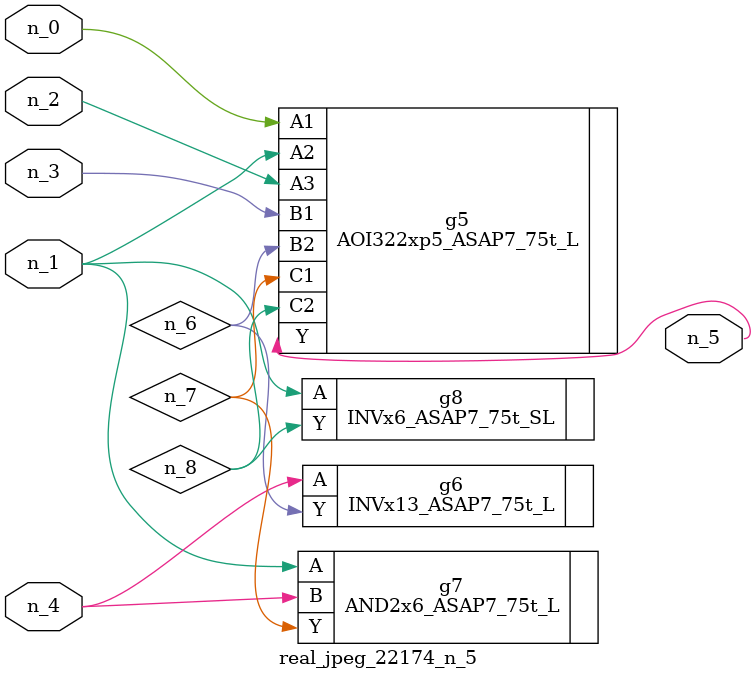
<source format=v>
module real_jpeg_22174_n_5 (n_4, n_0, n_1, n_2, n_3, n_5);

input n_4;
input n_0;
input n_1;
input n_2;
input n_3;

output n_5;

wire n_8;
wire n_6;
wire n_7;

AOI322xp5_ASAP7_75t_L g5 ( 
.A1(n_0),
.A2(n_1),
.A3(n_2),
.B1(n_3),
.B2(n_6),
.C1(n_7),
.C2(n_8),
.Y(n_5)
);

AND2x6_ASAP7_75t_L g7 ( 
.A(n_1),
.B(n_4),
.Y(n_7)
);

INVx6_ASAP7_75t_SL g8 ( 
.A(n_1),
.Y(n_8)
);

INVx13_ASAP7_75t_L g6 ( 
.A(n_4),
.Y(n_6)
);


endmodule
</source>
